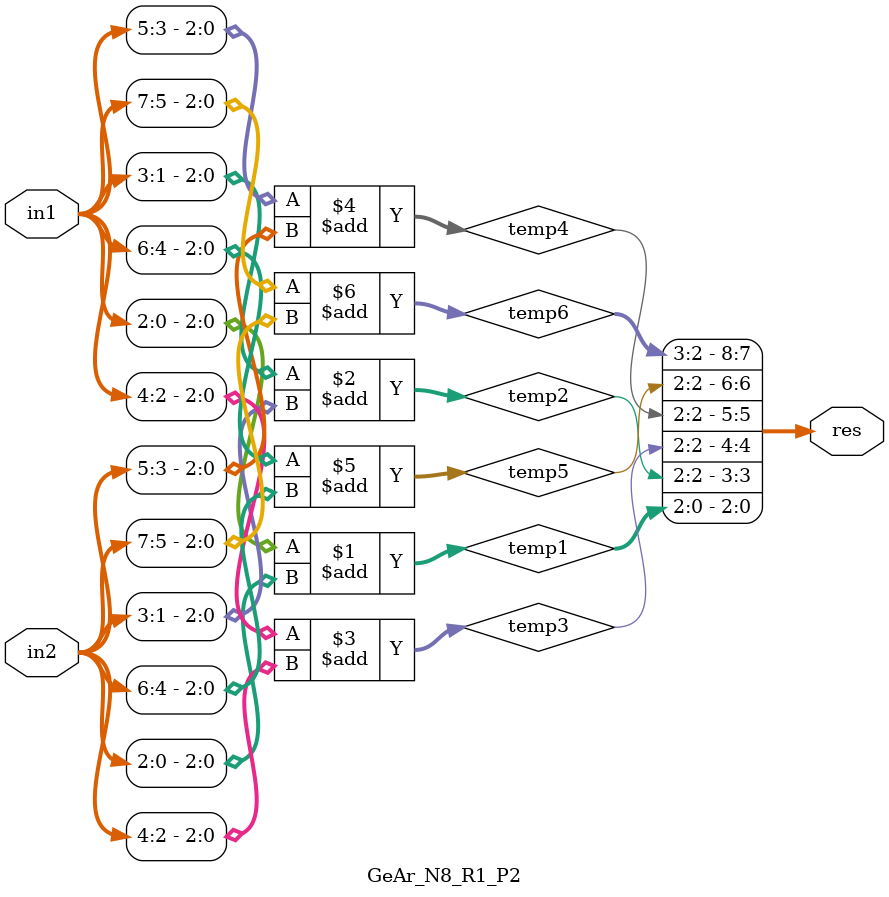
<source format=v>
`timescale 1ns / 1ps
module GeAr_N8_R1_P2(
    input [7:0] in1,
    input [7:0] in2,
    output [8:0] res
    );

wire [3:0] temp1,temp2,temp3,temp4,temp5,temp6;

assign temp1[3:0] = in1[2:0] + in2[2:0];
assign temp2[3:0] = in1[3:1] + in2[3:1];
assign temp3[3:0] = in1[4:2] + in2[4:2];
assign temp4[3:0] = in1[5:3] + in2[5:3];
assign temp5[3:0] = in1[6:4] + in2[6:4];
assign temp6[3:0] = in1[7:5] + in2[7:5];

assign res[8:0] = {temp6[3:2],temp5[2],temp4[2],temp3[2],temp2[2],temp1[2:0]};

endmodule

</source>
